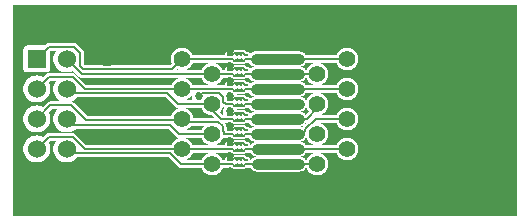
<source format=gbr>
G04 start of page 3 for group 1 idx 1 *
G04 Title: (unknown), bottom *
G04 Creator: pcb 1.99z *
G04 CreationDate: Fri 14 Nov 2014 07:38:12 PM GMT UTC *
G04 For: commonadmin *
G04 Format: Gerber/RS-274X *
G04 PCB-Dimensions (mil): 1705.00 735.00 *
G04 PCB-Coordinate-Origin: lower left *
%MOIN*%
%FSLAX25Y25*%
%LNBOTTOM*%
%ADD41C,0.0380*%
%ADD40C,0.0280*%
%ADD39C,0.0630*%
%ADD38C,0.1280*%
%ADD37C,0.0354*%
%ADD36C,0.0130*%
%ADD35C,0.0270*%
%ADD34R,0.0060X0.0060*%
%ADD33C,0.0600*%
%ADD32C,0.0827*%
%ADD31C,0.1476*%
%ADD30C,0.0551*%
%ADD29C,0.0350*%
%ADD28C,0.0060*%
%ADD27C,0.0001*%
G54D27*G36*
X60379Y71957D02*X169008D01*
Y1457D01*
X60379D01*
Y17657D01*
X63981D01*
X64151Y17246D01*
X64460Y16742D01*
X64844Y16293D01*
X65293Y15909D01*
X65797Y15600D01*
X66344Y15374D01*
X66919Y15236D01*
X67508Y15189D01*
X68097Y15236D01*
X68672Y15374D01*
X69218Y15600D01*
X69722Y15909D01*
X70172Y16293D01*
X70556Y16742D01*
X70865Y17246D01*
X71035Y17657D01*
X72708D01*
X72912Y17669D01*
X73111Y17717D01*
X73300Y17795D01*
X73474Y17902D01*
X73542Y17960D01*
X73890Y17961D01*
X74173Y17677D01*
X74199Y17647D01*
X74318Y17545D01*
X74318Y17545D01*
X74452Y17463D01*
X74598Y17403D01*
X74721Y17373D01*
X74751Y17366D01*
X74751D01*
X74908Y17354D01*
X74947Y17357D01*
X75069D01*
X75108Y17354D01*
X75147Y17357D01*
X76269D01*
X76308Y17354D01*
X76347Y17357D01*
X76469D01*
X76508Y17354D01*
X76547Y17357D01*
X77669D01*
X77708Y17354D01*
X77747Y17357D01*
X77969D01*
X78008Y17354D01*
X78164Y17366D01*
X78165Y17366D01*
X78318Y17403D01*
X78463Y17463D01*
X78597Y17545D01*
X78717Y17647D01*
X78731Y17664D01*
X78858Y17657D01*
X80314D01*
X80439Y17453D01*
X80699Y17148D01*
X81004Y16887D01*
X81347Y16678D01*
X81717Y16524D01*
X82108Y16430D01*
X82508Y16407D01*
X96508D01*
X96908Y16430D01*
X97298Y16524D01*
X97669Y16678D01*
X98011Y16887D01*
X98317Y17148D01*
X98577Y17453D01*
X98702Y17657D01*
X98981D01*
X99151Y17246D01*
X99460Y16742D01*
X99844Y16293D01*
X100293Y15909D01*
X100797Y15600D01*
X101344Y15374D01*
X101919Y15236D01*
X102508Y15189D01*
X103097Y15236D01*
X103672Y15374D01*
X104218Y15600D01*
X104722Y15909D01*
X105172Y16293D01*
X105556Y16742D01*
X105865Y17246D01*
X106091Y17792D01*
X106229Y18367D01*
X106264Y18957D01*
X106229Y19546D01*
X106091Y20121D01*
X105865Y20667D01*
X105556Y21171D01*
X105172Y21621D01*
X104722Y22005D01*
X104218Y22314D01*
X103672Y22540D01*
X103185Y22657D01*
X108981D01*
X109151Y22246D01*
X109460Y21742D01*
X109844Y21293D01*
X110293Y20909D01*
X110797Y20600D01*
X111344Y20374D01*
X111919Y20236D01*
X112508Y20189D01*
X113097Y20236D01*
X113672Y20374D01*
X114218Y20600D01*
X114722Y20909D01*
X115172Y21293D01*
X115556Y21742D01*
X115865Y22246D01*
X116091Y22792D01*
X116229Y23367D01*
X116264Y23957D01*
X116229Y24546D01*
X116091Y25121D01*
X115865Y25667D01*
X115556Y26171D01*
X115172Y26621D01*
X114722Y27005D01*
X114218Y27314D01*
X113672Y27540D01*
X113097Y27678D01*
X112508Y27724D01*
X111919Y27678D01*
X111344Y27540D01*
X110797Y27314D01*
X110293Y27005D01*
X109844Y26621D01*
X109460Y26171D01*
X109151Y25667D01*
X108981Y25257D01*
X103185D01*
X103672Y25374D01*
X104218Y25600D01*
X104722Y25909D01*
X105172Y26293D01*
X105556Y26742D01*
X105865Y27246D01*
X106091Y27792D01*
X106229Y28367D01*
X106264Y28957D01*
X106229Y29546D01*
X106091Y30121D01*
X105865Y30667D01*
X105556Y31171D01*
X105172Y31621D01*
X104722Y32005D01*
X104218Y32314D01*
X103672Y32540D01*
X103185Y32657D01*
X108981D01*
X109151Y32246D01*
X109460Y31742D01*
X109844Y31293D01*
X110293Y30909D01*
X110797Y30600D01*
X111344Y30374D01*
X111919Y30236D01*
X112508Y30189D01*
X113097Y30236D01*
X113672Y30374D01*
X114218Y30600D01*
X114722Y30909D01*
X115172Y31293D01*
X115556Y31742D01*
X115865Y32246D01*
X116091Y32792D01*
X116229Y33367D01*
X116264Y33957D01*
X116229Y34546D01*
X116091Y35121D01*
X115865Y35667D01*
X115556Y36171D01*
X115172Y36621D01*
X114722Y37005D01*
X114218Y37314D01*
X113672Y37540D01*
X113097Y37678D01*
X112508Y37724D01*
X111919Y37678D01*
X111344Y37540D01*
X110797Y37314D01*
X110293Y37005D01*
X109844Y36621D01*
X109460Y36171D01*
X109151Y35667D01*
X108981Y35257D01*
X103185D01*
X103672Y35374D01*
X104218Y35600D01*
X104722Y35909D01*
X105172Y36293D01*
X105556Y36742D01*
X105865Y37246D01*
X106091Y37792D01*
X106229Y38367D01*
X106264Y38957D01*
X106229Y39546D01*
X106091Y40121D01*
X105865Y40667D01*
X105556Y41171D01*
X105172Y41621D01*
X104722Y42005D01*
X104218Y42314D01*
X103672Y42540D01*
X103185Y42657D01*
X108981D01*
X109151Y42246D01*
X109460Y41742D01*
X109844Y41293D01*
X110293Y40909D01*
X110797Y40600D01*
X111344Y40374D01*
X111919Y40236D01*
X112508Y40189D01*
X113097Y40236D01*
X113672Y40374D01*
X114218Y40600D01*
X114722Y40909D01*
X115172Y41293D01*
X115556Y41742D01*
X115865Y42246D01*
X116091Y42792D01*
X116229Y43367D01*
X116264Y43957D01*
X116229Y44546D01*
X116091Y45121D01*
X115865Y45667D01*
X115556Y46171D01*
X115172Y46621D01*
X114722Y47005D01*
X114218Y47314D01*
X113672Y47540D01*
X113097Y47678D01*
X112508Y47724D01*
X111919Y47678D01*
X111344Y47540D01*
X110797Y47314D01*
X110293Y47005D01*
X109844Y46621D01*
X109460Y46171D01*
X109151Y45667D01*
X108981Y45257D01*
X103185D01*
X103672Y45374D01*
X104218Y45600D01*
X104722Y45909D01*
X105172Y46293D01*
X105556Y46742D01*
X105865Y47246D01*
X106091Y47792D01*
X106229Y48367D01*
X106264Y48957D01*
X106229Y49546D01*
X106091Y50121D01*
X105865Y50667D01*
X105556Y51171D01*
X105172Y51621D01*
X104722Y52005D01*
X104218Y52314D01*
X103672Y52540D01*
X103185Y52657D01*
X108981D01*
X109151Y52246D01*
X109460Y51742D01*
X109844Y51293D01*
X110293Y50909D01*
X110797Y50600D01*
X111344Y50374D01*
X111919Y50236D01*
X112508Y50189D01*
X113097Y50236D01*
X113672Y50374D01*
X114218Y50600D01*
X114722Y50909D01*
X115172Y51293D01*
X115556Y51742D01*
X115865Y52246D01*
X116091Y52792D01*
X116229Y53367D01*
X116264Y53957D01*
X116229Y54546D01*
X116091Y55121D01*
X115865Y55667D01*
X115556Y56171D01*
X115172Y56621D01*
X114722Y57005D01*
X114218Y57314D01*
X113672Y57540D01*
X113097Y57678D01*
X112508Y57724D01*
X111919Y57678D01*
X111344Y57540D01*
X110797Y57314D01*
X110293Y57005D01*
X109844Y56621D01*
X109460Y56171D01*
X109151Y55667D01*
X108981Y55257D01*
X98702D01*
X98577Y55460D01*
X98317Y55765D01*
X98011Y56026D01*
X97669Y56236D01*
X97298Y56389D01*
X96908Y56483D01*
X96508Y56507D01*
X82008D01*
X81608Y56483D01*
X81217Y56389D01*
X80847Y56236D01*
X80504Y56026D01*
X80199Y55765D01*
X80102Y55651D01*
X80101Y55667D01*
X80076Y55774D01*
X80034Y55875D01*
X79976Y55969D01*
X79904Y56053D01*
X79821Y56125D01*
X79727Y56182D01*
X79625Y56224D01*
X79518Y56250D01*
X79408Y56257D01*
X79024Y56255D01*
X78643Y56636D01*
X78617Y56666D01*
X78497Y56768D01*
X78363Y56850D01*
X78218Y56911D01*
X78065Y56947D01*
X78065Y56947D01*
X77908Y56960D01*
X77869Y56957D01*
X77647D01*
X77608Y56960D01*
X77569Y56957D01*
X76447D01*
X76408Y56960D01*
X76369Y56957D01*
X75247D01*
X75208Y56960D01*
X75169Y56957D01*
X74947D01*
X74908Y56960D01*
X74751Y56947D01*
X74598Y56911D01*
X74452Y56850D01*
X74318Y56768D01*
X74318Y56768D01*
X74199Y56666D01*
X74173Y56636D01*
X73792Y56255D01*
X72298Y56250D01*
X72191Y56224D01*
X72089Y56182D01*
X71995Y56125D01*
X71911Y56053D01*
X71840Y55969D01*
X71782Y55875D01*
X71740Y55774D01*
X71714Y55667D01*
X71708Y55557D01*
X71711Y55257D01*
X61035D01*
X60865Y55667D01*
X60556Y56171D01*
X60379Y56378D01*
Y71957D01*
G37*
G36*
X1008D02*X60379D01*
Y56378D01*
X60172Y56621D01*
X59722Y57005D01*
X59218Y57314D01*
X58672Y57540D01*
X58097Y57678D01*
X57508Y57724D01*
X56919Y57678D01*
X56344Y57540D01*
X55797Y57314D01*
X55293Y57005D01*
X54844Y56621D01*
X54460Y56171D01*
X54151Y55667D01*
X53925Y55121D01*
X53787Y54546D01*
X53740Y53957D01*
X53787Y53367D01*
X53925Y52792D01*
X54095Y52382D01*
X53469Y51757D01*
X25046D01*
X24808Y51995D01*
Y55906D01*
X24812Y55957D01*
X24796Y56160D01*
X24796Y56161D01*
X24760Y56312D01*
X24748Y56360D01*
X24716Y56438D01*
X24670Y56549D01*
X24628Y56616D01*
X24563Y56723D01*
X24563Y56723D01*
X24430Y56879D01*
X24391Y56912D01*
X22463Y58840D01*
X22430Y58879D01*
X22274Y59012D01*
X22274Y59012D01*
X22167Y59077D01*
X22100Y59119D01*
X21989Y59164D01*
X21911Y59197D01*
X21863Y59208D01*
X21712Y59245D01*
X21712Y59245D01*
X21508Y59261D01*
X21457Y59257D01*
X13059D01*
X13008Y59261D01*
X12804Y59245D01*
X12605Y59197D01*
X12416Y59119D01*
X12241Y59012D01*
X12241Y59011D01*
X12086Y58879D01*
X12053Y58840D01*
X11669Y58456D01*
X5772Y58443D01*
X5543Y58388D01*
X5325Y58297D01*
X5123Y58174D01*
X4944Y58021D01*
X4791Y57841D01*
X4667Y57640D01*
X4577Y57422D01*
X4522Y57192D01*
X4508Y56957D01*
X4522Y50721D01*
X4577Y50492D01*
X4667Y50274D01*
X4791Y50072D01*
X4944Y49893D01*
X5123Y49739D01*
X5325Y49616D01*
X5543Y49526D01*
X5772Y49471D01*
X6008Y49457D01*
X12243Y49471D01*
X12473Y49526D01*
X12691Y49616D01*
X12892Y49739D01*
X13072Y49893D01*
X13225Y50072D01*
X13349Y50274D01*
X13439Y50492D01*
X13494Y50721D01*
X13508Y50957D01*
X13495Y56606D01*
X13546Y56657D01*
X15396D01*
X15356Y56610D01*
X14986Y56006D01*
X14715Y55352D01*
X14550Y54663D01*
X14494Y53957D01*
X14550Y53251D01*
X14715Y52562D01*
X14986Y51907D01*
X15356Y51304D01*
X15816Y50765D01*
X16355Y50305D01*
X16959Y49935D01*
X17613Y49664D01*
X18302Y49498D01*
X19008Y49443D01*
X19714Y49498D01*
X20403Y49664D01*
X21057Y49935D01*
X21140Y49986D01*
X23053Y48073D01*
X23086Y48035D01*
X23241Y47902D01*
X23241Y47902D01*
X23350Y47835D01*
X23416Y47795D01*
X23605Y47717D01*
X23804Y47669D01*
X23804Y47669D01*
X24008Y47653D01*
X24059Y47657D01*
X56831D01*
X56344Y47540D01*
X55797Y47314D01*
X55293Y47005D01*
X54844Y46621D01*
X54460Y46171D01*
X54151Y45667D01*
X53981Y45257D01*
X25546D01*
X21963Y48840D01*
X21930Y48879D01*
X21774Y49012D01*
X21774Y49012D01*
X21667Y49077D01*
X21600Y49119D01*
X21489Y49164D01*
X21411Y49197D01*
X21363Y49208D01*
X21212Y49245D01*
X21212Y49245D01*
X21008Y49261D01*
X20957Y49257D01*
X13059D01*
X13008Y49261D01*
X12804Y49245D01*
X12605Y49197D01*
X12416Y49119D01*
X12241Y49012D01*
X12241Y49011D01*
X12086Y48879D01*
X12053Y48840D01*
X11140Y47928D01*
X11057Y47979D01*
X10403Y48250D01*
X9714Y48415D01*
X9008Y48471D01*
X8302Y48415D01*
X7613Y48250D01*
X6959Y47979D01*
X6355Y47608D01*
X5816Y47148D01*
X5356Y46610D01*
X4986Y46006D01*
X4715Y45352D01*
X4550Y44663D01*
X4494Y43957D01*
X4550Y43251D01*
X4715Y42562D01*
X4986Y41907D01*
X5356Y41304D01*
X5816Y40765D01*
X6355Y40305D01*
X6959Y39935D01*
X7613Y39664D01*
X8302Y39498D01*
X9008Y39443D01*
X9714Y39498D01*
X10403Y39664D01*
X11057Y39935D01*
X11661Y40305D01*
X12200Y40765D01*
X12660Y41304D01*
X13030Y41907D01*
X13301Y42562D01*
X13466Y43251D01*
X13508Y43957D01*
X13466Y44663D01*
X13301Y45352D01*
X13030Y46006D01*
X12979Y46089D01*
X13546Y46657D01*
X15396D01*
X15356Y46610D01*
X14986Y46006D01*
X14715Y45352D01*
X14550Y44663D01*
X14494Y43957D01*
X14550Y43251D01*
X14715Y42562D01*
X14986Y41907D01*
X15356Y41304D01*
X15816Y40765D01*
X16355Y40305D01*
X16959Y39935D01*
X17389Y39757D01*
X13559D01*
X13508Y39761D01*
X13304Y39745D01*
X13105Y39697D01*
X12916Y39619D01*
X12741Y39512D01*
X12741Y39511D01*
X12586Y39379D01*
X12553Y39340D01*
X11140Y37928D01*
X11057Y37979D01*
X10403Y38250D01*
X9714Y38415D01*
X9008Y38471D01*
X8302Y38415D01*
X7613Y38250D01*
X6959Y37979D01*
X6355Y37608D01*
X5816Y37148D01*
X5356Y36610D01*
X4986Y36006D01*
X4715Y35352D01*
X4550Y34663D01*
X4494Y33957D01*
X4550Y33251D01*
X4715Y32562D01*
X4986Y31907D01*
X5356Y31304D01*
X5816Y30765D01*
X6355Y30305D01*
X6959Y29935D01*
X7613Y29664D01*
X8302Y29498D01*
X9008Y29443D01*
X9714Y29498D01*
X10403Y29664D01*
X11057Y29935D01*
X11661Y30305D01*
X12200Y30765D01*
X12660Y31304D01*
X13030Y31907D01*
X13301Y32562D01*
X13466Y33251D01*
X13508Y33957D01*
X13466Y34663D01*
X13301Y35352D01*
X13030Y36006D01*
X12979Y36089D01*
X14046Y37157D01*
X15826D01*
X15816Y37148D01*
X15356Y36610D01*
X14986Y36006D01*
X14715Y35352D01*
X14550Y34663D01*
X14494Y33957D01*
X14550Y33251D01*
X14715Y32562D01*
X14986Y31907D01*
X15356Y31304D01*
X15816Y30765D01*
X16355Y30305D01*
X16959Y29935D01*
X17613Y29664D01*
X18302Y29498D01*
X19008Y29443D01*
X19714Y29498D01*
X20403Y29664D01*
X21057Y29935D01*
X21661Y30305D01*
X22073Y30657D01*
X52969D01*
X55553Y28073D01*
X55586Y28035D01*
X55741Y27902D01*
X55741Y27902D01*
X55850Y27835D01*
X55916Y27795D01*
X56105Y27717D01*
X56304Y27669D01*
X56304Y27669D01*
X56508Y27653D01*
X56559Y27657D01*
X56831D01*
X56344Y27540D01*
X55797Y27314D01*
X55293Y27005D01*
X54844Y26621D01*
X54460Y26171D01*
X54151Y25667D01*
X53981Y25257D01*
X25546D01*
X21963Y28840D01*
X21930Y28879D01*
X21774Y29012D01*
X21774Y29012D01*
X21667Y29077D01*
X21600Y29119D01*
X21489Y29164D01*
X21411Y29197D01*
X21363Y29208D01*
X21212Y29245D01*
X21212Y29245D01*
X21008Y29261D01*
X20957Y29257D01*
X13059D01*
X13008Y29261D01*
X12804Y29245D01*
X12605Y29197D01*
X12416Y29119D01*
X12241Y29012D01*
X12241Y29011D01*
X12086Y28879D01*
X12053Y28840D01*
X11140Y27928D01*
X11057Y27979D01*
X10403Y28250D01*
X9714Y28415D01*
X9008Y28471D01*
X8302Y28415D01*
X7613Y28250D01*
X6959Y27979D01*
X6355Y27608D01*
X5816Y27148D01*
X5356Y26610D01*
X4986Y26006D01*
X4715Y25352D01*
X4550Y24663D01*
X4494Y23957D01*
X4550Y23251D01*
X4715Y22562D01*
X4986Y21907D01*
X5356Y21304D01*
X5816Y20765D01*
X6355Y20305D01*
X6959Y19935D01*
X7613Y19664D01*
X8302Y19498D01*
X9008Y19443D01*
X9714Y19498D01*
X10403Y19664D01*
X11057Y19935D01*
X11661Y20305D01*
X12200Y20765D01*
X12660Y21304D01*
X13030Y21907D01*
X13301Y22562D01*
X13466Y23251D01*
X13508Y23957D01*
X13466Y24663D01*
X13301Y25352D01*
X13030Y26006D01*
X12979Y26089D01*
X13546Y26657D01*
X15396D01*
X15356Y26610D01*
X14986Y26006D01*
X14715Y25352D01*
X14550Y24663D01*
X14494Y23957D01*
X14550Y23251D01*
X14715Y22562D01*
X14986Y21907D01*
X15356Y21304D01*
X15816Y20765D01*
X16355Y20305D01*
X16959Y19935D01*
X17613Y19664D01*
X18302Y19498D01*
X19008Y19443D01*
X19714Y19498D01*
X20403Y19664D01*
X21057Y19935D01*
X21661Y20305D01*
X22200Y20765D01*
X22534Y21157D01*
X52969D01*
X56053Y18073D01*
X56086Y18035D01*
X56241Y17902D01*
X56241Y17902D01*
X56350Y17835D01*
X56416Y17795D01*
X56605Y17717D01*
X56804Y17669D01*
X56804Y17669D01*
X57008Y17653D01*
X57059Y17657D01*
X60379D01*
Y1457D01*
X1008D01*
Y71957D01*
G37*
G36*
X97517Y31299D02*X97298Y31389D01*
X97018Y31457D01*
X97298Y31524D01*
X97669Y31678D01*
X98011Y31887D01*
X98317Y32148D01*
X98577Y32453D01*
X98702Y32657D01*
X98869D01*
X97625Y31412D01*
X97586Y31379D01*
X97517Y31299D01*
G37*
G36*
X71646Y32657D02*X73508D01*
X73712Y32669D01*
X73911Y32717D01*
X74069Y32782D01*
X74173Y32677D01*
X74199Y32647D01*
X74318Y32545D01*
X74318Y32545D01*
X74452Y32463D01*
X74598Y32403D01*
X74721Y32373D01*
X74751Y32366D01*
X74751Y32366D01*
X74908Y32354D01*
X74947Y32357D01*
X75069D01*
X75108Y32354D01*
X75147Y32357D01*
X76269D01*
X76308Y32354D01*
X76347Y32357D01*
X76469D01*
X76508Y32354D01*
X76547Y32357D01*
X77669D01*
X77708Y32354D01*
X77747Y32357D01*
X77969D01*
X78008Y32354D01*
X78164Y32366D01*
X78165Y32366D01*
X78318Y32403D01*
X78463Y32463D01*
X78597Y32545D01*
X78717Y32647D01*
X78731Y32664D01*
X78858Y32657D01*
X79814D01*
X79939Y32453D01*
X80199Y32148D01*
X80504Y31887D01*
X80847Y31678D01*
X81217Y31524D01*
X81498Y31457D01*
X81217Y31389D01*
X80847Y31236D01*
X80504Y31026D01*
X80199Y30765D01*
X80102Y30651D01*
X80101Y30667D01*
X80076Y30774D01*
X80034Y30875D01*
X79976Y30969D01*
X79904Y31053D01*
X79821Y31125D01*
X79727Y31182D01*
X79625Y31224D01*
X79518Y31250D01*
X79408Y31257D01*
X79024Y31255D01*
X78643Y31636D01*
X78617Y31666D01*
X78497Y31768D01*
X78363Y31850D01*
X78218Y31911D01*
X78065Y31947D01*
X78065Y31947D01*
X77908Y31960D01*
X77869Y31957D01*
X77647D01*
X77608Y31960D01*
X77569Y31957D01*
X76447D01*
X76408Y31960D01*
X76369Y31957D01*
X75247D01*
X75208Y31960D01*
X75169Y31957D01*
X74947D01*
X74908Y31960D01*
X74751Y31947D01*
X74598Y31911D01*
X74452Y31850D01*
X74318Y31768D01*
X74318Y31768D01*
X74199Y31666D01*
X74173Y31636D01*
X73792Y31255D01*
X72308Y31250D01*
Y31406D01*
X72312Y31457D01*
X72296Y31660D01*
X72296Y31661D01*
X72260Y31812D01*
X72248Y31860D01*
X72216Y31938D01*
X72170Y32049D01*
X72128Y32116D01*
X72063Y32223D01*
X72063Y32223D01*
X71930Y32379D01*
X71891Y32412D01*
X71646Y32657D01*
G37*
G36*
X74069Y22782D02*X74173Y22677D01*
X74199Y22647D01*
X74318Y22545D01*
X74318Y22545D01*
X74452Y22463D01*
X74598Y22403D01*
X74721Y22373D01*
X74751Y22366D01*
X74751Y22366D01*
X74908Y22354D01*
X74947Y22357D01*
X75069D01*
X75108Y22354D01*
X75147Y22357D01*
X76269D01*
X76308Y22354D01*
X76347Y22357D01*
X76469D01*
X76508Y22354D01*
X76547Y22357D01*
X77669D01*
X77708Y22354D01*
X77747Y22357D01*
X77969D01*
X78008Y22354D01*
X78164Y22366D01*
X78165Y22366D01*
X78318Y22403D01*
X78463Y22463D01*
X78597Y22545D01*
X78717Y22647D01*
X78731Y22664D01*
X78858Y22657D01*
X80314D01*
X80439Y22453D01*
X80699Y22148D01*
X81004Y21887D01*
X81347Y21678D01*
X81717Y21524D01*
X81998Y21457D01*
X81717Y21389D01*
X81347Y21236D01*
X81004Y21026D01*
X80699Y20765D01*
X80439Y20460D01*
X80314Y20257D01*
X80105D01*
X80101Y20667D01*
X80076Y20774D01*
X80034Y20875D01*
X79976Y20969D01*
X79904Y21053D01*
X79821Y21125D01*
X79727Y21182D01*
X79625Y21224D01*
X79518Y21250D01*
X79408Y21257D01*
X79024Y21255D01*
X78643Y21636D01*
X78617Y21666D01*
X78497Y21768D01*
X78363Y21850D01*
X78218Y21911D01*
X78065Y21947D01*
X78065Y21947D01*
X77908Y21960D01*
X77869Y21957D01*
X77647D01*
X77608Y21960D01*
X77569Y21957D01*
X76447D01*
X76408Y21960D01*
X76369Y21957D01*
X75247D01*
X75208Y21960D01*
X75169Y21957D01*
X74947D01*
X74908Y21960D01*
X74751Y21947D01*
X74598Y21911D01*
X74452Y21850D01*
X74318Y21768D01*
X74318Y21768D01*
X74199Y21666D01*
X74173Y21636D01*
X73792Y21255D01*
X72298Y21250D01*
X72191Y21224D01*
X72089Y21182D01*
X71995Y21125D01*
X71911Y21053D01*
X71840Y20969D01*
X71782Y20875D01*
X71740Y20774D01*
X71714Y20667D01*
X71708Y20557D01*
X71711Y20257D01*
X71035D01*
X70865Y20667D01*
X70556Y21171D01*
X70172Y21621D01*
X69722Y22005D01*
X69218Y22314D01*
X68672Y22540D01*
X68185Y22657D01*
X73508D01*
X73712Y22669D01*
X73911Y22717D01*
X74069Y22782D01*
G37*
G36*
X63981Y20257D02*X58185D01*
X58672Y20374D01*
X59218Y20600D01*
X59722Y20909D01*
X60172Y21293D01*
X60556Y21742D01*
X60865Y22246D01*
X61035Y22657D01*
X66831D01*
X66344Y22540D01*
X65797Y22314D01*
X65293Y22005D01*
X64844Y21621D01*
X64460Y21171D01*
X64151Y20667D01*
X63981Y20257D01*
G37*
G36*
X55646Y50257D02*X55933Y50544D01*
X56344Y50374D01*
X56831Y50257D01*
X55646D01*
G37*
G36*
X61035Y52657D02*X66831D01*
X66344Y52540D01*
X65797Y52314D01*
X65293Y52005D01*
X64844Y51621D01*
X64460Y51171D01*
X64151Y50667D01*
X63981Y50257D01*
X58185D01*
X58672Y50374D01*
X59218Y50600D01*
X59722Y50909D01*
X60172Y51293D01*
X60556Y51742D01*
X60865Y52246D01*
X61035Y52657D01*
G37*
G36*
X68185D02*X72708D01*
X72912Y52669D01*
X73111Y52717D01*
X73300Y52795D01*
X73474Y52902D01*
X73542Y52960D01*
X73890Y52961D01*
X74173Y52677D01*
X74199Y52647D01*
X74318Y52545D01*
X74318Y52545D01*
X74452Y52463D01*
X74598Y52403D01*
X74721Y52373D01*
X74751Y52366D01*
X74751D01*
X74908Y52354D01*
X74947Y52357D01*
X75069D01*
X75108Y52354D01*
X75147Y52357D01*
X76269D01*
X76308Y52354D01*
X76347Y52357D01*
X76469D01*
X76508Y52354D01*
X76547Y52357D01*
X77669D01*
X77708Y52354D01*
X77747Y52357D01*
X77969D01*
X78008Y52354D01*
X78164Y52366D01*
X78165Y52366D01*
X78318Y52403D01*
X78463Y52463D01*
X78597Y52545D01*
X78717Y52647D01*
X78731Y52664D01*
X78858Y52657D01*
X79814D01*
X79939Y52453D01*
X80199Y52148D01*
X80504Y51887D01*
X80847Y51678D01*
X81217Y51524D01*
X81498Y51457D01*
X81217Y51389D01*
X80847Y51236D01*
X80504Y51026D01*
X80199Y50765D01*
X80102Y50651D01*
X80101Y50667D01*
X80076Y50774D01*
X80034Y50875D01*
X79976Y50969D01*
X79904Y51053D01*
X79821Y51125D01*
X79727Y51182D01*
X79625Y51224D01*
X79518Y51250D01*
X79408Y51257D01*
X79024Y51255D01*
X78643Y51636D01*
X78617Y51666D01*
X78497Y51768D01*
X78363Y51850D01*
X78218Y51911D01*
X78065Y51947D01*
X78065Y51947D01*
X77908Y51960D01*
X77869Y51957D01*
X77647D01*
X77608Y51960D01*
X77569Y51957D01*
X76447D01*
X76408Y51960D01*
X76369Y51957D01*
X75247D01*
X75208Y51960D01*
X75169Y51957D01*
X74947D01*
X74908Y51960D01*
X74751Y51947D01*
X74598Y51911D01*
X74452Y51850D01*
X74318Y51768D01*
X74318Y51768D01*
X74199Y51666D01*
X74173Y51636D01*
X73792Y51255D01*
X72298Y51250D01*
X72191Y51224D01*
X72089Y51182D01*
X71995Y51125D01*
X71911Y51053D01*
X71840Y50969D01*
X71782Y50875D01*
X71740Y50774D01*
X71714Y50667D01*
X71708Y50557D01*
X71711Y50257D01*
X71035D01*
X70865Y50667D01*
X70556Y51171D01*
X70172Y51621D01*
X69722Y52005D01*
X69218Y52314D01*
X68672Y52540D01*
X68185Y52657D01*
G37*
G36*
X60987Y40257D02*X58185D01*
X58672Y40374D01*
X59218Y40600D01*
X59722Y40909D01*
X60172Y41293D01*
X60556Y41742D01*
X60727Y42021D01*
X60680Y41825D01*
X60651Y41457D01*
X60680Y41088D01*
X60766Y40728D01*
X60908Y40387D01*
X60987Y40257D01*
G37*
G36*
X56831D02*X56546D01*
X56457Y40346D01*
X56831Y40257D01*
G37*
G36*
X71138Y37990D02*X71241Y37902D01*
X71241Y37902D01*
X71350Y37835D01*
X71416Y37795D01*
X71540Y37743D01*
X71408Y37527D01*
X71266Y37185D01*
X71180Y36825D01*
X71151Y36457D01*
X71180Y36088D01*
X71266Y35728D01*
X71408Y35387D01*
X71487Y35257D01*
X71046D01*
X70085Y36218D01*
X70172Y36293D01*
X70556Y36742D01*
X70865Y37246D01*
X71091Y37792D01*
X71138Y37990D01*
G37*
G36*
X75679Y42357D02*X76269D01*
X76308Y42354D01*
X76347Y42357D01*
X76469D01*
X76508Y42354D01*
X76547Y42357D01*
X77669D01*
X77708Y42354D01*
X77747Y42357D01*
X77969D01*
X78008Y42354D01*
X78164Y42366D01*
X78165Y42366D01*
X78318Y42403D01*
X78463Y42463D01*
X78597Y42545D01*
X78717Y42647D01*
X78731Y42664D01*
X78858Y42657D01*
X79814D01*
X79939Y42453D01*
X80199Y42148D01*
X80504Y41887D01*
X80847Y41678D01*
X81217Y41524D01*
X81498Y41457D01*
X81217Y41389D01*
X80847Y41236D01*
X80504Y41026D01*
X80199Y40765D01*
X80102Y40651D01*
X80101Y40667D01*
X80076Y40774D01*
X80034Y40875D01*
X79976Y40969D01*
X79904Y41053D01*
X79821Y41125D01*
X79727Y41182D01*
X79625Y41224D01*
X79518Y41250D01*
X79408Y41257D01*
X79024Y41255D01*
X78643Y41636D01*
X78617Y41666D01*
X78497Y41768D01*
X78363Y41850D01*
X78218Y41911D01*
X78065Y41947D01*
X78065Y41947D01*
X77908Y41960D01*
X77869Y41957D01*
X77647D01*
X77608Y41960D01*
X77569Y41957D01*
X76447D01*
X76408Y41960D01*
X76369Y41957D01*
X75805D01*
X75750Y42185D01*
X75679Y42357D01*
G37*
G36*
Y37357D02*X76269D01*
X76308Y37354D01*
X76347Y37357D01*
X76469D01*
X76508Y37354D01*
X76547Y37357D01*
X77669D01*
X77708Y37354D01*
X77747Y37357D01*
X77969D01*
X78008Y37354D01*
X78164Y37366D01*
X78165Y37366D01*
X78318Y37403D01*
X78463Y37463D01*
X78597Y37545D01*
X78717Y37647D01*
X78731Y37664D01*
X78858Y37657D01*
X79814D01*
X79939Y37453D01*
X80199Y37148D01*
X80504Y36887D01*
X80847Y36678D01*
X81217Y36524D01*
X81498Y36457D01*
X81217Y36389D01*
X80847Y36236D01*
X80504Y36026D01*
X80199Y35765D01*
X80102Y35651D01*
X80101Y35667D01*
X80076Y35774D01*
X80034Y35875D01*
X79976Y35969D01*
X79904Y36053D01*
X79821Y36125D01*
X79727Y36182D01*
X79625Y36224D01*
X79518Y36250D01*
X79408Y36257D01*
X79024Y36255D01*
X78643Y36636D01*
X78617Y36666D01*
X78497Y36768D01*
X78363Y36850D01*
X78218Y36911D01*
X78065Y36947D01*
X78065Y36947D01*
X77908Y36960D01*
X77869Y36957D01*
X77647D01*
X77608Y36960D01*
X77569Y36957D01*
X76447D01*
X76408Y36960D01*
X76369Y36957D01*
X75805D01*
X75750Y37185D01*
X75679Y37357D01*
G37*
G36*
X22534Y41157D02*X51969D01*
X55053Y38073D01*
X55086Y38035D01*
X55241Y37902D01*
X55241Y37902D01*
X55350Y37835D01*
X55416Y37795D01*
X55605Y37717D01*
X55804Y37669D01*
X55804Y37669D01*
X56008Y37653D01*
X56059Y37657D01*
X56831D01*
X56344Y37540D01*
X55797Y37314D01*
X55293Y37005D01*
X54844Y36621D01*
X54460Y36171D01*
X54151Y35667D01*
X53925Y35121D01*
X53837Y34757D01*
X26046D01*
X21463Y39340D01*
X21430Y39379D01*
X21274Y39512D01*
X21100Y39619D01*
X20911Y39697D01*
X20712Y39745D01*
X20711Y39745D01*
X20616Y39752D01*
X21057Y39935D01*
X21661Y40305D01*
X22200Y40765D01*
X22534Y41157D01*
G37*
G36*
X58185Y37657D02*X63981D01*
X64151Y37246D01*
X64460Y36742D01*
X64844Y36293D01*
X65293Y35909D01*
X65797Y35600D01*
X66344Y35374D01*
X66919Y35236D01*
X67431Y35195D01*
X68369Y34257D01*
X61246D01*
X61229Y34546D01*
X61091Y35121D01*
X60865Y35667D01*
X60556Y36171D01*
X60172Y36621D01*
X59722Y37005D01*
X59218Y37314D01*
X58672Y37540D01*
X58185Y37657D01*
G37*
G36*
X23489Y33637D02*X23869Y33257D01*
X23467D01*
X23489Y33637D01*
G37*
G36*
X58185Y27657D02*X63981D01*
X64151Y27246D01*
X64460Y26742D01*
X64844Y26293D01*
X65293Y25909D01*
X65797Y25600D01*
X66344Y25374D01*
X66831Y25257D01*
X61035D01*
X60865Y25667D01*
X60556Y26171D01*
X60172Y26621D01*
X59722Y27005D01*
X59218Y27314D01*
X58672Y27540D01*
X58185Y27657D01*
G37*
G36*
X63981Y30257D02*X58185D01*
X58672Y30374D01*
X59218Y30600D01*
X59722Y30909D01*
X60172Y31293D01*
X60483Y31657D01*
X64886D01*
X64844Y31621D01*
X64460Y31171D01*
X64151Y30667D01*
X63981Y30257D01*
G37*
G36*
X71066Y27733D02*X71105Y27717D01*
X71110Y27715D01*
X71114Y27713D01*
X71210Y27691D01*
X71304Y27669D01*
X71308Y27668D01*
X71314Y27667D01*
X71518Y27653D01*
X71564Y27657D01*
X73508D01*
X73712Y27669D01*
X73911Y27717D01*
X74069Y27782D01*
X74173Y27677D01*
X74199Y27647D01*
X74318Y27545D01*
X74318Y27545D01*
X74452Y27463D01*
X74598Y27403D01*
X74721Y27373D01*
X74751Y27366D01*
X74751Y27366D01*
X74908Y27354D01*
X74947Y27357D01*
X75069D01*
X75108Y27354D01*
X75147Y27357D01*
X76269D01*
X76308Y27354D01*
X76347Y27357D01*
X76469D01*
X76508Y27354D01*
X76547Y27357D01*
X77669D01*
X77708Y27354D01*
X77747Y27357D01*
X77969D01*
X78008Y27354D01*
X78164Y27366D01*
X78165Y27366D01*
X78318Y27403D01*
X78463Y27463D01*
X78597Y27545D01*
X78717Y27647D01*
X78731Y27664D01*
X78858Y27657D01*
X79814D01*
X79939Y27453D01*
X80199Y27148D01*
X80504Y26887D01*
X80847Y26678D01*
X81217Y26524D01*
X81608Y26430D01*
X81833Y26417D01*
X81717Y26389D01*
X81347Y26236D01*
X81004Y26026D01*
X80699Y25765D01*
X80439Y25460D01*
X80314Y25257D01*
X80105D01*
X80101Y25667D01*
X80076Y25774D01*
X80034Y25875D01*
X79976Y25969D01*
X79904Y26053D01*
X79821Y26125D01*
X79727Y26182D01*
X79625Y26224D01*
X79518Y26250D01*
X79408Y26257D01*
X79024Y26255D01*
X78643Y26636D01*
X78617Y26666D01*
X78497Y26768D01*
X78363Y26850D01*
X78218Y26911D01*
X78065Y26947D01*
X78065Y26947D01*
X77908Y26960D01*
X77869Y26957D01*
X77647D01*
X77608Y26960D01*
X77569Y26957D01*
X76447D01*
X76408Y26960D01*
X76369Y26957D01*
X75247D01*
X75208Y26960D01*
X75169Y26957D01*
X74947D01*
X74908Y26960D01*
X74751Y26947D01*
X74598Y26911D01*
X74452Y26850D01*
X74318Y26768D01*
X74318Y26768D01*
X74199Y26666D01*
X74173Y26636D01*
X73792Y26255D01*
X72298Y26250D01*
X72191Y26224D01*
X72089Y26182D01*
X71995Y26125D01*
X71911Y26053D01*
X71840Y25969D01*
X71782Y25875D01*
X71740Y25774D01*
X71714Y25667D01*
X71708Y25557D01*
X71711Y25257D01*
X68185D01*
X68672Y25374D01*
X69218Y25600D01*
X69722Y25909D01*
X70172Y26293D01*
X70556Y26742D01*
X70865Y27246D01*
X71066Y27733D01*
G37*
G36*
X98981Y20257D02*X98702D01*
X98577Y20460D01*
X98317Y20765D01*
X98011Y21026D01*
X97669Y21236D01*
X97298Y21389D01*
X97018Y21457D01*
X97298Y21524D01*
X97669Y21678D01*
X98011Y21887D01*
X98317Y22148D01*
X98577Y22453D01*
X98702Y22657D01*
X101831D01*
X101344Y22540D01*
X100797Y22314D01*
X100293Y22005D01*
X99844Y21621D01*
X99460Y21171D01*
X99151Y20667D01*
X98981Y20257D01*
G37*
G36*
X101831Y25257D02*X98702D01*
X98577Y25460D01*
X98317Y25765D01*
X98011Y26026D01*
X97669Y26236D01*
X97298Y26389D01*
X97018Y26457D01*
X97298Y26524D01*
X97669Y26678D01*
X98011Y26887D01*
X98317Y27148D01*
X98577Y27453D01*
X98787Y27795D01*
X98874Y28005D01*
X98925Y27792D01*
X99151Y27246D01*
X99460Y26742D01*
X99844Y26293D01*
X100293Y25909D01*
X100797Y25600D01*
X101344Y25374D01*
X101831Y25257D01*
G37*
G36*
X99688Y36475D02*X98614Y35401D01*
X98577Y35460D01*
X98317Y35765D01*
X98011Y36026D01*
X97669Y36236D01*
X97298Y36389D01*
X97018Y36457D01*
X97298Y36524D01*
X97669Y36678D01*
X98011Y36887D01*
X98317Y37148D01*
X98577Y37453D01*
X98787Y37795D01*
X98874Y38005D01*
X98925Y37792D01*
X99151Y37246D01*
X99460Y36742D01*
X99688Y36475D01*
G37*
G36*
X98874Y39908D02*X98787Y40118D01*
X98577Y40460D01*
X98317Y40765D01*
X98011Y41026D01*
X97669Y41236D01*
X97298Y41389D01*
X97018Y41457D01*
X97298Y41524D01*
X97669Y41678D01*
X98011Y41887D01*
X98317Y42148D01*
X98577Y42453D01*
X98702Y42657D01*
X101831D01*
X101344Y42540D01*
X100797Y42314D01*
X100293Y42005D01*
X99844Y41621D01*
X99460Y41171D01*
X99151Y40667D01*
X98925Y40121D01*
X98874Y39908D01*
G37*
G36*
X101831Y45257D02*X98702D01*
X98577Y45460D01*
X98317Y45765D01*
X98011Y46026D01*
X97669Y46236D01*
X97298Y46389D01*
X97018Y46457D01*
X97298Y46524D01*
X97669Y46678D01*
X98011Y46887D01*
X98317Y47148D01*
X98577Y47453D01*
X98702Y47657D01*
X98981D01*
X99151Y47246D01*
X99460Y46742D01*
X99844Y46293D01*
X100293Y45909D01*
X100797Y45600D01*
X101344Y45374D01*
X101831Y45257D01*
G37*
G36*
X98981Y50257D02*X98702D01*
X98577Y50460D01*
X98317Y50765D01*
X98011Y51026D01*
X97669Y51236D01*
X97298Y51389D01*
X97018Y51457D01*
X97298Y51524D01*
X97669Y51678D01*
X98011Y51887D01*
X98317Y52148D01*
X98577Y52453D01*
X98702Y52657D01*
X101831D01*
X101344Y52540D01*
X100797Y52314D01*
X100293Y52005D01*
X99844Y51621D01*
X99460Y51171D01*
X99151Y50667D01*
X98981Y50257D01*
G37*
G36*
X58185Y47657D02*X63981D01*
X64151Y47246D01*
X64460Y46742D01*
X64844Y46293D01*
X65293Y45909D01*
X65797Y45600D01*
X66344Y45374D01*
X66831Y45257D01*
X61035D01*
X60865Y45667D01*
X60556Y46171D01*
X60172Y46621D01*
X59722Y47005D01*
X59218Y47314D01*
X58672Y47540D01*
X58185Y47657D01*
G37*
G36*
X71035D02*X72708D01*
X72912Y47669D01*
X73111Y47717D01*
X73300Y47795D01*
X73474Y47902D01*
X73542Y47960D01*
X73890Y47961D01*
X74173Y47677D01*
X74199Y47647D01*
X74318Y47545D01*
X74318Y47545D01*
X74452Y47463D01*
X74598Y47403D01*
X74721Y47373D01*
X74751Y47366D01*
X74751Y47366D01*
X74908Y47354D01*
X74947Y47357D01*
X75069D01*
X75108Y47354D01*
X75147Y47357D01*
X76269D01*
X76308Y47354D01*
X76347Y47357D01*
X76469D01*
X76508Y47354D01*
X76547Y47357D01*
X77669D01*
X77708Y47354D01*
X77747Y47357D01*
X77969D01*
X78008Y47354D01*
X78164Y47366D01*
X78165Y47366D01*
X78318Y47403D01*
X78463Y47463D01*
X78597Y47545D01*
X78717Y47647D01*
X78731Y47664D01*
X78858Y47657D01*
X79814D01*
X79939Y47453D01*
X80199Y47148D01*
X80504Y46887D01*
X80847Y46678D01*
X81217Y46524D01*
X81498Y46457D01*
X81217Y46389D01*
X80847Y46236D01*
X80504Y46026D01*
X80199Y45765D01*
X80102Y45651D01*
X80101Y45667D01*
X80076Y45774D01*
X80034Y45875D01*
X79976Y45969D01*
X79904Y46053D01*
X79821Y46125D01*
X79727Y46182D01*
X79625Y46224D01*
X79518Y46250D01*
X79408Y46257D01*
X79024Y46255D01*
X78643Y46636D01*
X78617Y46666D01*
X78497Y46768D01*
X78363Y46850D01*
X78218Y46911D01*
X78065Y46947D01*
X78065Y46947D01*
X77908Y46960D01*
X77869Y46957D01*
X77647D01*
X77608Y46960D01*
X77569Y46957D01*
X76447D01*
X76408Y46960D01*
X76369Y46957D01*
X75247D01*
X75208Y46960D01*
X75169Y46957D01*
X74947D01*
X74908Y46960D01*
X74751Y46947D01*
X74598Y46911D01*
X74452Y46850D01*
X74318Y46768D01*
X74318Y46768D01*
X74199Y46666D01*
X74173Y46636D01*
X73792Y46255D01*
X72298Y46250D01*
X72191Y46224D01*
X72089Y46182D01*
X71995Y46125D01*
X71911Y46053D01*
X71840Y45969D01*
X71782Y45875D01*
X71740Y45774D01*
X71714Y45667D01*
X71708Y45557D01*
X71711Y45257D01*
X68185D01*
X68672Y45374D01*
X69218Y45600D01*
X69722Y45909D01*
X70172Y46293D01*
X70556Y46742D01*
X70865Y47246D01*
X71035Y47657D01*
G37*
G54D28*X102508Y38957D02*Y37457D01*
X99008Y33957D01*
X112508D02*X102008D01*
X98508Y30457D01*
Y29957D01*
X97508Y28957D01*
X99008Y33957D02*X96508D01*
G54D29*Y38957D02*X82008D01*
Y33957D02*X96508D01*
Y43957D02*X82008D01*
Y48957D02*X96508D01*
Y53957D02*X82008D01*
G54D28*X97508Y28957D02*X96508D01*
G54D29*X82008D01*
G54D28*X112508Y23957D02*X96508D01*
X102508Y18957D02*X96508D01*
G54D29*X82508D02*X96508D01*
Y23957D02*X82508D01*
G54D28*X112508Y43957D02*X96508D01*
X102508Y48957D02*X96508D01*
X112508Y53957D02*X96508D01*
X57508D02*X72708D01*
X78858D02*X82008D01*
Y48957D02*X78858D01*
X57008Y53957D02*Y53457D01*
X54008Y50457D01*
X72008Y38957D02*X71258Y39707D01*
X67508Y38957D02*X56008D01*
X52508Y42457D01*
X71258Y39707D02*Y41207D01*
X73458Y40257D02*Y41407D01*
X73508Y41457D01*
X82008Y43957D02*X78858D01*
X82008Y38957D02*X78858D01*
X69508Y32957D02*X58508D01*
X57508Y33957D01*
X67508Y38957D02*Y36957D01*
X70508Y33957D02*X67508Y36957D01*
X70508Y33957D02*X73508D01*
X73458Y35257D02*Y36407D01*
X73508Y36457D01*
Y38957D02*X72008D01*
X82008Y33957D02*X78858D01*
X82008Y28957D02*X78858D01*
X71008Y31457D02*X69508Y32957D01*
X71008Y31457D02*Y30457D01*
X73508Y28957D02*X71508D01*
X71008Y30457D02*X71508Y28957D01*
X57008Y18957D02*X53508Y22457D01*
X82508Y23957D02*X78858D01*
X82508Y18957D02*X78858D01*
X72708D02*X57008D01*
X67508Y28957D02*X56508D01*
X53508Y31957D01*
X24008Y48957D02*X19008Y53957D01*
X24508Y50457D02*X23508Y51457D01*
Y55957D01*
X21508Y57957D01*
X25008Y43957D02*X21008Y47957D01*
X25008Y23957D02*X21008Y27957D01*
X21508Y57957D02*X13008D01*
X9008Y53957D01*
X21008Y47957D02*X13008D01*
X9008Y43957D01*
X20508Y38457D02*X13508D01*
X21008Y27957D02*X13008D01*
X13508Y38457D02*X9008Y33957D01*
X13008Y27957D02*X9008Y23957D01*
X64258Y42707D02*X63008Y41457D01*
X64258Y42707D02*X69758D01*
X71258Y41207D02*X69758Y42707D01*
X52508Y42457D02*X20508D01*
X19008Y43957D01*
X72708D02*X25008D01*
X72708Y48957D02*X24008D01*
X54008Y50457D02*X24508D01*
X58008Y33457D02*X25508D01*
X20508Y38457D01*
X53508Y31957D02*X21008D01*
X19008Y33957D01*
X53508Y22457D02*X20508D01*
X19008Y23957D01*
X25008D02*X73508D01*
G54D30*X102508Y48957D03*
Y38957D03*
Y28957D03*
Y18957D03*
X112508Y53957D03*
Y43957D03*
Y33957D03*
Y23957D03*
G54D31*X137508Y58957D03*
Y13957D03*
G54D32*X149516Y67500D03*
Y5492D03*
G54D30*X67508Y38957D03*
Y28957D03*
Y18957D03*
X57508Y33957D03*
Y23957D03*
X67508Y48957D03*
X57508Y53957D03*
Y43957D03*
G54D27*G36*
X72000Y9500D02*Y3500D01*
X78000D01*
Y9500D01*
X72000D01*
G37*
G54D33*X85000Y6500D03*
X95000D03*
G54D27*G36*
X72000Y69000D02*Y63000D01*
X78000D01*
Y69000D01*
X72000D01*
G37*
G54D33*X85000Y66000D03*
X95000D03*
G54D31*X32508Y58957D03*
G54D33*X19008Y53957D03*
G54D31*X32508Y13957D03*
G54D32*X20500Y67500D03*
Y5492D03*
G54D27*G36*
X5508Y15957D02*Y9957D01*
X11508D01*
Y15957D01*
X5508D01*
G37*
G36*
X6008Y56957D02*Y50957D01*
X12008D01*
Y56957D01*
X6008D01*
G37*
G54D33*X9008Y43957D03*
X19008D03*
X9008Y33957D03*
X19008D03*
X9008Y23957D03*
X19008D03*
G54D28*X74908Y55957D02*X77908D01*
X78608Y55257D01*
G54D34*X79108D01*
G54D28*X77008Y55357D02*X77608Y55957D01*
X76408D02*X77008Y55357D01*
X74208Y55257D02*X74908Y55957D01*
G54D34*X72708Y55257D02*X74208D01*
G54D28*X75208Y55957D02*X75808Y55357D01*
X76408Y55957D01*
X78008Y53357D02*X78608Y53957D01*
G54D34*X79108D01*
G54D28*X74908Y45957D02*X77908D01*
X78608Y45257D01*
G54D34*X79108D01*
G54D28*X77008Y45357D02*X77608Y45957D01*
X76408D02*X77008Y45357D01*
X74208Y45257D02*X74908Y45957D01*
G54D34*X72708Y45257D02*X74208D01*
G54D28*X75208Y45957D02*X75808Y45357D01*
X76408Y45957D01*
X74908Y43357D02*X78008D01*
X74908D02*X75108D01*
X78008D02*X78608Y43957D01*
G54D34*X79108D01*
G54D28*X74308D02*X74908Y43357D01*
X75108D02*X75808Y44057D01*
X76508Y43357D01*
X76308D02*X77008Y44057D01*
X77708Y43357D01*
G54D34*X72708Y43957D02*X74308D01*
G54D28*X74908Y53357D02*X78008D01*
X74908D02*X75108D01*
X74308Y53957D02*X74908Y53357D01*
G54D34*X72708Y53957D02*X74308D01*
G54D28*X75108Y53357D02*X75808Y54057D01*
X76508Y53357D01*
X76308D02*X77008Y54057D01*
X77708Y53357D01*
X74908Y50957D02*X77908D01*
X78608Y50257D01*
G54D34*X79108D01*
G54D28*X77008Y50357D02*X77608Y50957D01*
X76408D02*X77008Y50357D01*
X74208Y50257D02*X74908Y50957D01*
G54D34*X72708Y50257D02*X74208D01*
G54D28*X75208Y50957D02*X75808Y50357D01*
X76408Y50957D01*
X74308Y48957D02*X74908Y48357D01*
G54D34*X72708Y48957D02*X74308D01*
G54D28*X75108Y48357D02*X75808Y49057D01*
X74908Y48357D02*X75108D01*
X78008D02*X78608Y48957D01*
G54D34*X79108D01*
G54D28*X74908Y48357D02*X78008D01*
X75808Y49057D02*X76508Y48357D01*
X76308D02*X77008Y49057D01*
X77708Y48357D01*
X74208Y20257D02*X74908Y20957D01*
G54D34*X72708Y20257D02*X74208D01*
G54D28*X77908Y20957D02*X78608Y20257D01*
G54D34*X79108D01*
G54D28*X74908Y20957D02*X77908D01*
X75208D02*X75808Y20357D01*
X76408Y20957D01*
X77008Y20357D02*X77608Y20957D01*
X76408D02*X77008Y20357D01*
X74908Y18357D02*X78008D01*
X74908D02*X75108D01*
X78008D02*X78608Y18957D01*
G54D34*X79108D01*
G54D28*X74308D02*X74908Y18357D01*
G54D34*X72708Y18957D02*X74308D01*
G54D28*X75108Y18357D02*X75808Y19057D01*
X76508Y18357D01*
X76308D02*X77008Y19057D01*
X77708Y18357D01*
X74908Y25957D02*X77908D01*
X78608Y25257D01*
X75208Y25957D02*X75808Y25357D01*
X76408Y25957D01*
X77008Y25357D02*X77608Y25957D01*
X76408D02*X77008Y25357D01*
G54D34*X78608Y25257D02*X79108D01*
G54D28*X78008Y23357D02*X78608Y23957D01*
G54D34*X79108D01*
G54D28*X77008Y24057D02*X77708Y23357D01*
X74208Y25257D02*X74908Y25957D01*
G54D34*X72708Y25257D02*X74208D01*
G54D28*X74308Y23957D02*X74908Y23357D01*
G54D34*X72708Y23957D02*X74308D01*
G54D28*X75108Y23357D02*X75808Y24057D01*
X74908Y23357D02*X75108D01*
X74908D02*X78008D01*
X75808Y24057D02*X76508Y23357D01*
X76308D02*X77008Y24057D01*
X74208Y40257D02*X74908Y40957D01*
G54D34*X72708Y40257D02*X74208D01*
G54D28*X77908Y40957D02*X78608Y40257D01*
G54D34*X79108D01*
G54D28*X74908Y40957D02*X77908D01*
X75208D02*X75808Y40357D01*
X76408Y40957D01*
X77008Y40357D02*X77608Y40957D01*
X76408D02*X77008Y40357D01*
X74308Y38957D02*X74908Y38357D01*
G54D34*X72708Y38957D02*X74308D01*
G54D28*X75108Y38357D02*X75808Y39057D01*
X76508Y38357D01*
X76308D02*X77008Y39057D01*
X77708Y38357D01*
X74208Y30257D02*X74908Y30957D01*
G54D34*X72708Y30257D02*X74208D01*
G54D28*X77908Y30957D02*X78608Y30257D01*
G54D34*X79108D01*
G54D28*X74908Y30957D02*X77908D01*
X75208D02*X75808Y30357D01*
X76408Y30957D01*
X77008Y30357D02*X77608Y30957D01*
X76408D02*X77008Y30357D01*
G54D34*X72708Y28957D02*X74308D01*
G54D28*X74908Y28357D01*
X75108D02*X75808Y29057D01*
X74908Y28357D02*X75108D01*
X78008D02*X78608Y28957D01*
G54D34*X79108D01*
G54D28*X74908Y28357D02*X78008D01*
X75808Y29057D02*X76508Y28357D01*
X76308D02*X77008Y29057D01*
X77708Y28357D01*
X74908Y38357D02*X78008D01*
X74908D02*X75108D01*
X78008D02*X78608Y38957D01*
G54D34*X79108D01*
G54D28*X74908Y35957D02*X77908D01*
X78608Y35257D01*
G54D34*X79108D01*
G54D28*X76408Y35957D02*X77008Y35357D01*
X74208Y35257D02*X74908Y35957D01*
G54D34*X72708Y35257D02*X74208D01*
G54D28*X75208Y35957D02*X75808Y35357D01*
X76408Y35957D01*
X77008Y35357D02*X77608Y35957D01*
X74308Y33957D02*X74908Y33357D01*
G54D34*X72708Y33957D02*X74308D01*
G54D28*X75108Y33357D02*X75808Y34057D01*
X74908Y33357D02*X75108D01*
X78008D02*X78608Y33957D01*
G54D34*X79108D01*
G54D28*X74908Y33357D02*X78008D01*
X75808Y34057D02*X76508Y33357D01*
X76308D02*X77008Y34057D01*
X77708Y33357D01*
G54D35*X73508Y36457D03*
X63008Y41457D03*
X73508D03*
Y31457D03*
X96508Y53957D03*
X73508Y46457D03*
Y51457D03*
Y56457D03*
X128008Y53957D03*
Y48957D03*
Y43957D03*
Y38957D03*
Y33957D03*
Y28957D03*
Y23957D03*
Y18957D03*
X96508Y38957D03*
X82008Y43957D03*
Y28957D03*
Y33957D03*
Y38957D03*
X91008Y48957D03*
Y23957D03*
X73508Y26457D03*
Y21457D03*
X96508Y18957D03*
G54D36*G54D37*G54D38*G54D39*G54D37*G54D40*G54D38*G54D41*G54D38*G54D39*G54D40*G54D41*M02*

</source>
